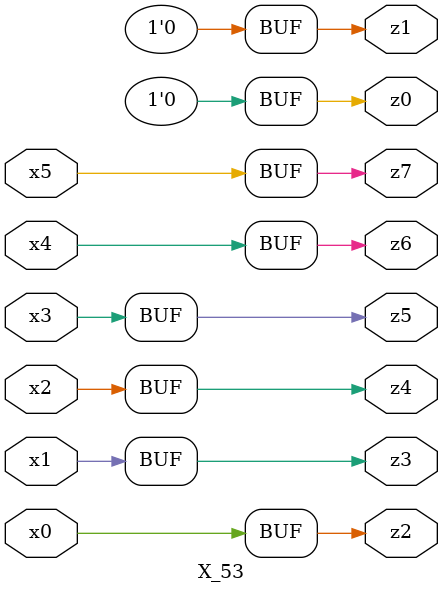
<source format=v>

module X_53 ( 
    x0, x1, x2, x3, x4, x5,
    z0, z1, z2, z3, z4, z5, z6, z7  );
  input  x0, x1, x2, x3, x4, x5;
  output z0, z1, z2, z3, z4, z5, z6, z7;
  assign z0 = 1'b0;
  assign z1 = 1'b0;
  assign z2 = x0;
  assign z3 = x1;
  assign z4 = x2;
  assign z5 = x3;
  assign z6 = x4;
  assign z7 = x5;
endmodule



</source>
